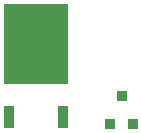
<source format=gtp>
%FSLAX44Y44*%
%MOMM*%
G71*
G01*
G75*
G04 Layer_Color=8421504*
%ADD10R,0.9000X0.9500*%
%ADD11R,0.9000X0.9500*%
%ADD12R,5.5000X6.9000*%
%ADD13R,0.9500X1.9000*%
%ADD14C,0.2540*%
%ADD15R,1.2000X1.2000*%
%ADD16C,1.2000*%
%ADD17C,1.5240*%
%ADD18R,1.5240X1.5240*%
%ADD19C,1.6000*%
%ADD20R,1.6500X1.6500*%
%ADD21C,1.6500*%
%ADD22R,1.2000X1.2000*%
%ADD23C,1.0000*%
%ADD24R,1.0000X1.0000*%
%ADD25C,1.7500*%
%ADD26R,1.7500X1.7500*%
%ADD27C,1.5000*%
%ADD28P,1.6236X8X112.5*%
%ADD29C,1.2700*%
%ADD30C,0.2500*%
%ADD31C,0.2000*%
%ADD32R,19.0754X0.2794*%
%ADD33R,1.9558X0.0254*%
%ADD34R,1.1430X0.0254*%
%ADD35R,3.9116X0.0254*%
%ADD36R,1.9812X0.0254*%
%ADD37R,1.1684X0.0254*%
%ADD38R,3.9624X0.0254*%
%ADD39R,2.0066X0.1270*%
%ADD40R,1.2192X0.1270*%
%ADD41R,4.0132X0.0254*%
%ADD42R,4.1148X0.0254*%
%ADD43R,4.1402X0.0254*%
%ADD44R,4.2164X0.0254*%
%ADD45R,4.2418X0.0508*%
%ADD46R,1.2192X0.0254*%
%ADD47R,0.2032X0.0254*%
%ADD48R,0.2540X0.0254*%
%ADD49R,0.3556X0.0254*%
%ADD50R,0.2032X0.3048*%
%ADD51R,0.4318X0.0254*%
%ADD52R,0.2286X0.0254*%
%ADD53R,0.1778X0.0254*%
%ADD54R,0.2286X0.0508*%
%ADD55R,0.4064X0.0254*%
%ADD56R,0.2794X0.0254*%
%ADD57R,0.2032X0.1524*%
%ADD58R,0.2540X0.0508*%
%ADD59R,0.3556X0.0508*%
%ADD60R,0.3048X0.0254*%
%ADD61R,0.2794X0.0508*%
%ADD62R,0.3302X0.0508*%
%ADD63R,0.3302X0.0254*%
%ADD64R,0.2032X0.5334*%
%ADD65R,0.2286X0.0762*%
%ADD66R,0.2286X0.1270*%
%ADD67R,0.3048X0.0508*%
%ADD68R,1.6002X0.0254*%
%ADD69R,1.6256X0.0254*%
%ADD70R,0.2540X0.0762*%
%ADD71R,1.7018X0.0254*%
%ADD72R,1.8034X0.0508*%
%ADD73R,1.8288X0.0254*%
%ADD74R,0.2032X0.0508*%
%ADD75R,1.8796X0.0254*%
%ADD76R,1.9050X0.0508*%
%ADD77R,0.2032X0.1016*%
%ADD78R,0.2032X0.1778*%
%ADD79R,0.2286X0.1016*%
%ADD80R,2.8194X0.0254*%
%ADD81R,2.7940X0.0254*%
%ADD82R,0.2032X0.1270*%
%ADD83R,2.8448X0.0254*%
%ADD84R,0.2032X0.0762*%
%ADD85R,3.0988X0.0254*%
%ADD86R,3.0226X0.0254*%
%ADD87R,3.1750X0.0254*%
%ADD88R,3.2258X0.0254*%
%ADD89R,3.1496X0.0254*%
%ADD90R,0.5334X0.0254*%
%ADD91R,3.4036X0.0254*%
%ADD92R,3.3782X0.0508*%
%ADD93R,0.5080X0.0254*%
%ADD94R,3.4290X0.0254*%
%ADD95R,0.4572X0.0254*%
%ADD96R,3.4798X0.0254*%
%ADD97R,0.5588X0.0508*%
%ADD98R,0.3810X0.0254*%
%ADD99R,0.4826X0.0254*%
%ADD100R,1.4478X0.0508*%
%ADD101R,1.4732X0.0254*%
%ADD102R,1.4986X0.0254*%
%ADD103R,1.5494X0.0254*%
%ADD104R,1.6002X0.0508*%
%ADD105R,1.6256X0.0508*%
%ADD106R,1.6764X0.0762*%
%ADD107R,1.6510X0.0254*%
%ADD108R,1.7018X0.0508*%
%ADD109R,1.9050X0.0254*%
%ADD110R,1.9304X0.0508*%
%ADD111R,0.2794X0.1016*%
%ADD112R,1.8034X0.0254*%
%ADD113R,0.2794X0.0762*%
%ADD114R,1.7780X0.0254*%
%ADD115R,1.7526X0.0254*%
%ADD116R,1.5240X0.0254*%
%ADD117R,0.2032X0.2032*%
%ADD118R,0.8382X0.0254*%
%ADD119R,0.8128X0.0254*%
%ADD120R,0.8890X0.0254*%
%ADD121R,0.9652X0.0254*%
%ADD122R,0.9398X0.0254*%
%ADD123R,0.8636X0.0254*%
%ADD124R,0.9144X0.0254*%
%ADD125R,0.2540X0.1016*%
%ADD126R,0.4318X0.0508*%
%ADD127R,1.8288X0.0508*%
%ADD128R,1.8796X0.0762*%
%ADD129R,0.2286X0.3810*%
%ADD130R,1.4478X0.0254*%
%ADD131R,1.6764X0.1778*%
%ADD132R,1.6764X0.0254*%
%ADD133R,1.6510X0.0762*%
%ADD134R,1.5748X0.0254*%
%ADD135R,0.0254X0.0254*%
%ADD136R,0.0508X0.0254*%
%ADD137R,0.1270X0.0254*%
%ADD138R,0.1524X0.0254*%
%ADD139R,2.5146X0.0254*%
%ADD140R,0.5334X0.0508*%
%ADD141R,2.8702X0.0254*%
%ADD142R,2.8956X0.0254*%
%ADD143R,2.9210X0.1016*%
%ADD144R,2.8956X0.0508*%
%ADD145R,2.9210X0.0254*%
%ADD146R,2.8194X0.0508*%
%ADD147R,2.8448X0.0508*%
%ADD148R,0.2286X0.5842*%
%ADD149R,0.2032X0.4318*%
%ADD150R,1.9558X0.0508*%
%ADD151R,0.3810X0.0508*%
%ADD152R,2.7686X0.0254*%
%ADD153R,2.7432X0.0254*%
%ADD154R,2.4384X0.0254*%
%ADD155R,2.6670X0.0254*%
%ADD156R,0.2032X0.3302*%
%ADD157R,2.3876X0.0254*%
%ADD158R,2.6416X0.0254*%
%ADD159R,1.2446X0.0508*%
%ADD160R,6.2738X0.0254*%
%ADD161R,3.7338X0.0254*%
%ADD162R,3.7592X0.0254*%
%ADD163R,6.2484X0.0254*%
%ADD164R,3.7084X0.0254*%
%ADD165R,1.2446X0.1016*%
%ADD166R,6.1976X0.0254*%
%ADD167R,3.6322X0.0254*%
%ADD168R,3.6830X0.0254*%
%ADD169R,6.1722X0.0254*%
%ADD170R,3.6068X0.0254*%
%ADD171R,3.6068X0.0508*%
%ADD172R,6.1468X0.0254*%
%ADD173R,3.5814X0.0254*%
%ADD174R,6.0198X0.0254*%
%ADD175R,3.4544X0.0508*%
%ADD176R,5.9944X0.0254*%
%ADD177R,3.4544X0.0254*%
%ADD178R,5.9182X0.0254*%
%ADD179R,3.3782X0.0254*%
%ADD180R,18.9738X0.0254*%
%ADD181R,19.0754X0.3302*%
D10*
X343000Y168250D02*
D03*
X352500Y191750D02*
D03*
D11*
X362000Y168250D02*
D03*
D12*
X280000Y236000D02*
D03*
D13*
X302800Y174000D02*
D03*
X257200D02*
D03*
M02*

</source>
